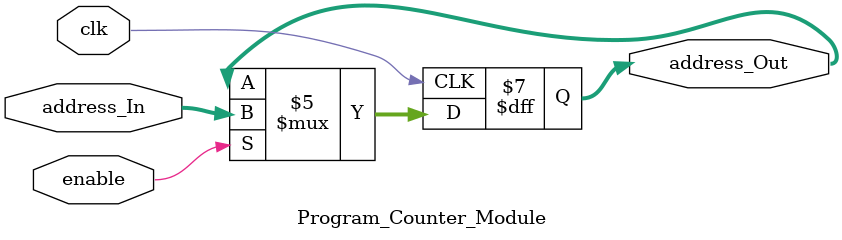
<source format=v>
module Program_Counter_Module(address_Out, enable, address_In,clk);
// 

output reg [31:0] address_Out;
input [31:0] address_In;
input clk;
input enable;

initial 

begin

address_Out = 0;


end

always@(posedge clk)
	begin
		if(enable == 0)
		begin 
		address_Out = address_Out;
		end
		
		else
		begin 
		address_Out = address_In;
		end
	end 


endmodule 
</source>
